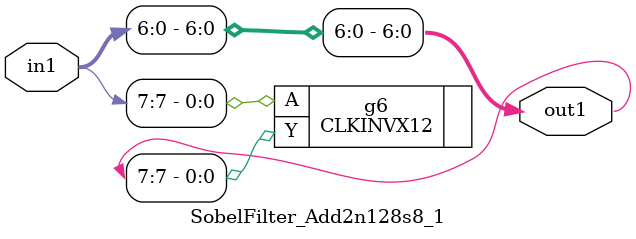
<source format=v>
`timescale 1ps / 1ps


module SobelFilter_Add2n128s8_1(in1, out1);
  input [7:0] in1;
  output [7:0] out1;
  wire [7:0] in1;
  wire [7:0] out1;
  assign out1[0] = in1[0];
  assign out1[1] = in1[1];
  assign out1[2] = in1[2];
  assign out1[3] = in1[3];
  assign out1[4] = in1[4];
  assign out1[5] = in1[5];
  assign out1[6] = in1[6];
  CLKINVX12 g6(.A (in1[7]), .Y (out1[7]));
endmodule


</source>
